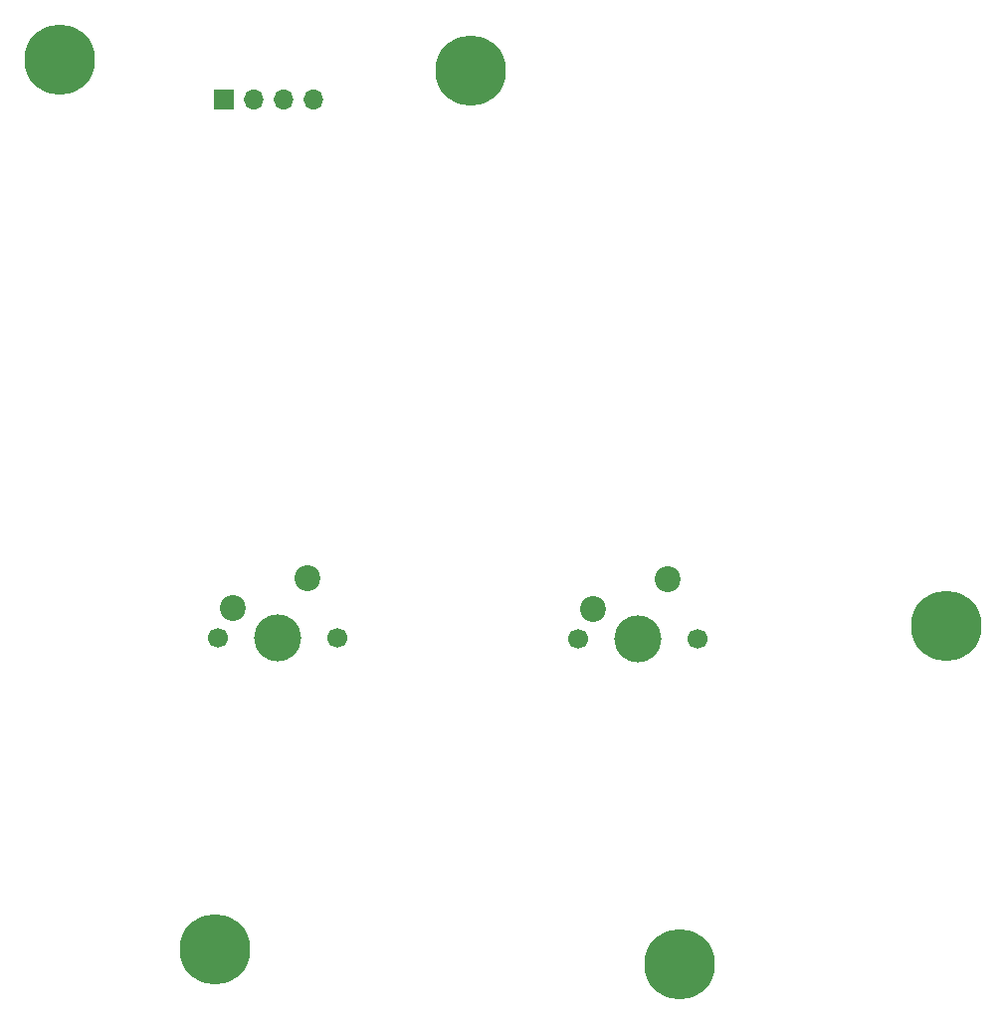
<source format=gbr>
%TF.GenerationSoftware,KiCad,Pcbnew,(6.0.9)*%
%TF.CreationDate,2022-12-22T23:35:39-05:00*%
%TF.ProjectId,Multipurpose_4Layer_Project,4d756c74-6970-4757-9270-6f73655f344c,rev?*%
%TF.SameCoordinates,Original*%
%TF.FileFunction,Soldermask,Bot*%
%TF.FilePolarity,Negative*%
%FSLAX46Y46*%
G04 Gerber Fmt 4.6, Leading zero omitted, Abs format (unit mm)*
G04 Created by KiCad (PCBNEW (6.0.9)) date 2022-12-22 23:35:39*
%MOMM*%
%LPD*%
G01*
G04 APERTURE LIST*
%ADD10C,0.800000*%
%ADD11C,6.000000*%
%ADD12C,4.000000*%
%ADD13C,1.700000*%
%ADD14C,2.200000*%
%ADD15R,1.700000X1.700000*%
%ADD16O,1.700000X1.700000*%
G04 APERTURE END LIST*
D10*
%TO.C,H2*%
X147840990Y-58840990D03*
X148500000Y-57250000D03*
X144659010Y-55659010D03*
X144659010Y-58840990D03*
X146250000Y-55000000D03*
X146250000Y-59500000D03*
X147840990Y-55659010D03*
D11*
X146250000Y-57250000D03*
D10*
X144000000Y-57250000D03*
%TD*%
D12*
%TO.C,SW2*%
X160500000Y-105600000D03*
D13*
X165580000Y-105600000D03*
X155420000Y-105600000D03*
D14*
X163040000Y-100520000D03*
X156690000Y-103060000D03*
%TD*%
D10*
%TO.C,H1*%
X109659010Y-54659010D03*
X109659010Y-57840990D03*
X111250000Y-54000000D03*
X112840990Y-54659010D03*
X111250000Y-58500000D03*
D11*
X111250000Y-56250000D03*
D10*
X112840990Y-57840990D03*
X113500000Y-56250000D03*
X109000000Y-56250000D03*
%TD*%
D15*
%TO.C,J1*%
X125300000Y-59675000D03*
D16*
X127840000Y-59675000D03*
X130380000Y-59675000D03*
X132920000Y-59675000D03*
%TD*%
D13*
%TO.C,SW1*%
X134940000Y-105480000D03*
X124780000Y-105480000D03*
D12*
X129860000Y-105480000D03*
D14*
X132400000Y-100400000D03*
X126050000Y-102940000D03*
%TD*%
D10*
%TO.C,H4*%
X164000000Y-131000000D03*
X161750000Y-133250000D03*
X162409010Y-131659010D03*
X164000000Y-135500000D03*
D11*
X164000000Y-133250000D03*
D10*
X162409010Y-134840990D03*
X165590990Y-134840990D03*
X165590990Y-131659010D03*
X166250000Y-133250000D03*
%TD*%
%TO.C,H5*%
X126090990Y-133590990D03*
X126090990Y-130409010D03*
X126750000Y-132000000D03*
X122909010Y-133590990D03*
X124500000Y-134250000D03*
D11*
X124500000Y-132000000D03*
D10*
X124500000Y-129750000D03*
X122909010Y-130409010D03*
X122250000Y-132000000D03*
%TD*%
%TO.C,H3*%
X189000000Y-104500000D03*
X184500000Y-104500000D03*
X186750000Y-106750000D03*
X186750000Y-102250000D03*
X188340990Y-102909010D03*
X188340990Y-106090990D03*
X185159010Y-102909010D03*
D11*
X186750000Y-104500000D03*
D10*
X185159010Y-106090990D03*
%TD*%
M02*

</source>
